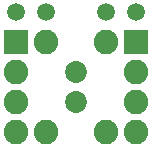
<source format=gbs>
G75*
%MOIN*%
%OFA0B0*%
%FSLAX25Y25*%
%IPPOS*%
%LPD*%
%AMOC8*
5,1,8,0,0,1.08239X$1,22.5*
%
%ADD10R,0.08200X0.08200*%
%ADD11C,0.08200*%
%ADD12C,0.07300*%
%ADD13C,0.05950*%
D10*
X0011800Y0041800D03*
X0051800Y0041800D03*
D11*
X0011800Y0011800D03*
X0021800Y0011800D03*
X0011800Y0021800D03*
X0011800Y0031800D03*
X0021800Y0041800D03*
X0041800Y0041800D03*
X0051800Y0031800D03*
X0051800Y0021800D03*
X0051800Y0011800D03*
X0041800Y0011800D03*
D12*
X0031800Y0021800D03*
X0031800Y0031800D03*
D13*
X0021800Y0051800D03*
X0011800Y0051800D03*
X0041800Y0051800D03*
X0051800Y0051800D03*
M02*

</source>
